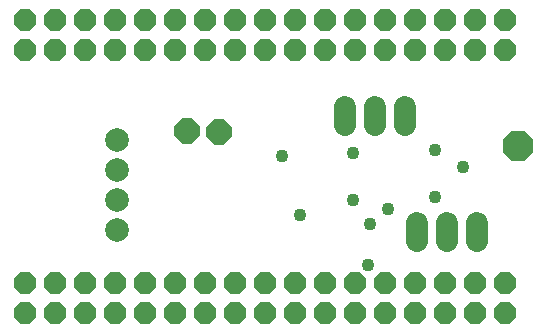
<source format=gbs>
G75*
%MOIN*%
%OFA0B0*%
%FSLAX25Y25*%
%IPPOS*%
%LPD*%
%AMOC8*
5,1,8,0,0,1.08239X$1,22.5*
%
%ADD10OC8,0.07087*%
%ADD11C,0.07200*%
%ADD12OC8,0.10200*%
%ADD13OC8,0.08400*%
%ADD14C,0.07920*%
%ADD15C,0.04282*%
D10*
X0027241Y0021531D03*
X0037241Y0021531D03*
X0047241Y0021531D03*
X0057241Y0021531D03*
X0067241Y0021531D03*
X0077241Y0021531D03*
X0087241Y0021531D03*
X0097241Y0021531D03*
X0107241Y0021531D03*
X0117241Y0021531D03*
X0127241Y0021531D03*
X0137241Y0021531D03*
X0147241Y0021531D03*
X0157241Y0021531D03*
X0167241Y0021531D03*
X0177241Y0021531D03*
X0187241Y0021531D03*
X0187241Y0031531D03*
X0177241Y0031531D03*
X0167241Y0031531D03*
X0157241Y0031531D03*
X0147241Y0031531D03*
X0137241Y0031531D03*
X0127241Y0031531D03*
X0117241Y0031531D03*
X0107241Y0031531D03*
X0097241Y0031531D03*
X0087241Y0031531D03*
X0077241Y0031531D03*
X0067241Y0031531D03*
X0057241Y0031531D03*
X0047241Y0031531D03*
X0037241Y0031531D03*
X0027241Y0031531D03*
X0027493Y0109204D03*
X0037493Y0109204D03*
X0047493Y0109204D03*
X0057493Y0109204D03*
X0067493Y0109204D03*
X0077493Y0109204D03*
X0087493Y0109204D03*
X0097493Y0109204D03*
X0107493Y0109204D03*
X0117493Y0109204D03*
X0127493Y0109204D03*
X0137493Y0109204D03*
X0147493Y0109204D03*
X0157493Y0109204D03*
X0167493Y0109204D03*
X0177493Y0109204D03*
X0187493Y0109204D03*
X0187493Y0119204D03*
X0177493Y0119204D03*
X0167493Y0119204D03*
X0157493Y0119204D03*
X0147493Y0119204D03*
X0137493Y0119204D03*
X0127493Y0119204D03*
X0117493Y0119204D03*
X0107493Y0119204D03*
X0097493Y0119204D03*
X0087493Y0119204D03*
X0077493Y0119204D03*
X0067493Y0119204D03*
X0057493Y0119204D03*
X0047493Y0119204D03*
X0037493Y0119204D03*
X0027493Y0119204D03*
D11*
X0134123Y0090023D02*
X0134123Y0084023D01*
X0144123Y0084023D02*
X0144123Y0090023D01*
X0154123Y0090023D02*
X0154123Y0084023D01*
X0158139Y0051263D02*
X0158139Y0045263D01*
X0168139Y0045263D02*
X0168139Y0051263D01*
X0178139Y0051263D02*
X0178139Y0045263D01*
D12*
X0191800Y0077082D03*
D13*
X0092170Y0081870D03*
X0081343Y0081972D03*
D14*
X0057902Y0079090D03*
X0057902Y0069090D03*
X0057902Y0059090D03*
X0057902Y0049090D03*
D15*
X0113020Y0073854D03*
X0136643Y0074838D03*
X0164202Y0075823D03*
X0173454Y0069917D03*
X0164202Y0060074D03*
X0148454Y0056137D03*
X0142548Y0051216D03*
X0136643Y0059090D03*
X0118926Y0054169D03*
X0141564Y0037437D03*
M02*

</source>
